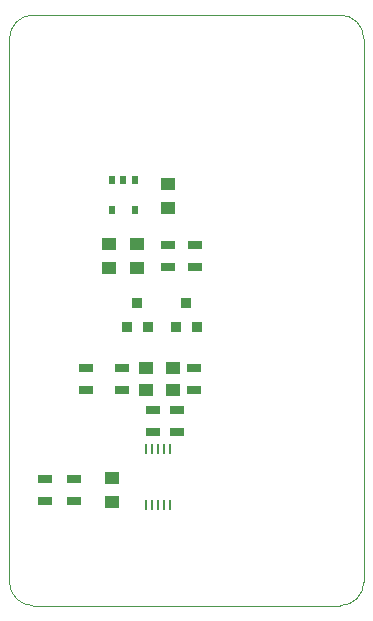
<source format=gbr>
G04 #@! TF.FileFunction,Paste,Top*
%FSLAX46Y46*%
G04 Gerber Fmt 4.6, Leading zero omitted, Abs format (unit mm)*
G04 Created by KiCad (PCBNEW 4.0.6-e0-6349~53~ubuntu16.04.1) date Fri Mar 17 13:45:09 2017*
%MOMM*%
%LPD*%
G01*
G04 APERTURE LIST*
%ADD10C,0.200000*%
%ADD11C,0.100000*%
%ADD12R,1.300000X1.100000*%
%ADD13R,1.300000X0.700000*%
%ADD14R,1.250000X1.000000*%
%ADD15R,0.508000X0.762000*%
%ADD16R,0.914400X0.914400*%
%ADD17R,0.200000X0.880000*%
G04 APERTURE END LIST*
D10*
D11*
X128000000Y-100000000D02*
G75*
G03X130000000Y-98000000I0J2000000D01*
G01*
X100000000Y-98000000D02*
G75*
G03X102000000Y-100000000I2000000J0D01*
G01*
X130000000Y-52000000D02*
G75*
G03X128000000Y-50000000I-2000000J0D01*
G01*
X102000000Y-50000000D02*
G75*
G03X100000000Y-52000000I0J-2000000D01*
G01*
X128000000Y-50000000D02*
X102000000Y-50000000D01*
X130000000Y-98000000D02*
X130000000Y-52000000D01*
X102000000Y-100000000D02*
X128000000Y-100000000D01*
X100000000Y-52000000D02*
X100000000Y-98000000D01*
D12*
X111550000Y-81750000D03*
X113850000Y-81750000D03*
X113850000Y-79850000D03*
X111550000Y-79850000D03*
D13*
X114150000Y-83400000D03*
X114150000Y-85300000D03*
X115650000Y-79850000D03*
X115650000Y-81750000D03*
X106500000Y-79850000D03*
X106500000Y-81750000D03*
X109500000Y-79850000D03*
X109500000Y-81750000D03*
X103000000Y-89250000D03*
X103000000Y-91150000D03*
X105500000Y-89250000D03*
X105500000Y-91150000D03*
X115700000Y-69450000D03*
X115700000Y-71350000D03*
X113400000Y-69450000D03*
X113400000Y-71350000D03*
D14*
X108700000Y-89200000D03*
X108700000Y-91200000D03*
X110800000Y-69400000D03*
X110800000Y-71400000D03*
X108450000Y-69400000D03*
X108450000Y-71400000D03*
X113450000Y-64300000D03*
X113450000Y-66300000D03*
D15*
X110602500Y-63980000D03*
X108697500Y-63980000D03*
X110602500Y-66520000D03*
X109650000Y-63980000D03*
X108697500Y-66520000D03*
D16*
X115839000Y-76416000D03*
X114061000Y-76416000D03*
X114950000Y-74384000D03*
X111689000Y-76416000D03*
X109911000Y-76416000D03*
X110800000Y-74384000D03*
D17*
X113600000Y-86750000D03*
X113100000Y-86750000D03*
X112600000Y-86750000D03*
X112100000Y-86750000D03*
X111600000Y-86750000D03*
X111584000Y-91450000D03*
X112092000Y-91450000D03*
X112600000Y-91450000D03*
X113108000Y-91450000D03*
X113616000Y-91450000D03*
D13*
X112150000Y-85300000D03*
X112150000Y-83400000D03*
M02*

</source>
